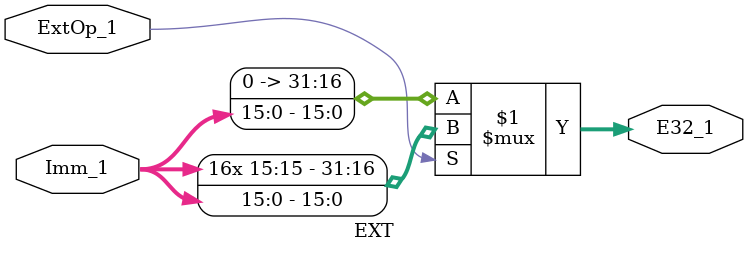
<source format=v>
`timescale 1ns / 1ps

module EXT(
	input ExtOp_1,
	input [15:0] Imm_1,
	output [31:0] E32_1
    );

	assign E32_1 = (ExtOp_1)?{{16{Imm_1[15]}},Imm_1}:
						{16'b0,Imm_1};

endmodule
/*
0£ºÁãÀ©Õ¹
1£º·ûºÅÀ©Õ¹
*/
</source>
